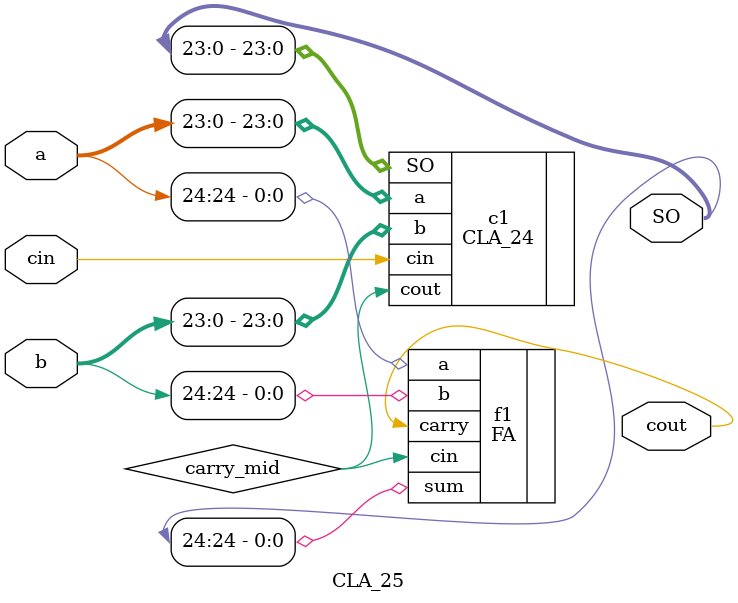
<source format=v>
`timescale 1ns / 1ps


module CLA_25(
    //clock and reset

    //input
    a,
    b,
    cin,

    //output
    SO,
    cout

    );

    //clock and reset
    input [24:0]a;
    input [24:0]b;
    input cin;

    //output
    output [24:0]SO;
    output cout;

    //wire
    wire carry_mid;

    //code
    CLA_24 c1(.a(a[23:0]), .b(b[23:0]), .cin(cin), .SO(SO[23:0]), .cout(carry_mid));
    FA f1(.a(a[24]), .b(b[24]), .cin(carry_mid), .sum(SO[24]), .carry(cout));
endmodule

</source>
